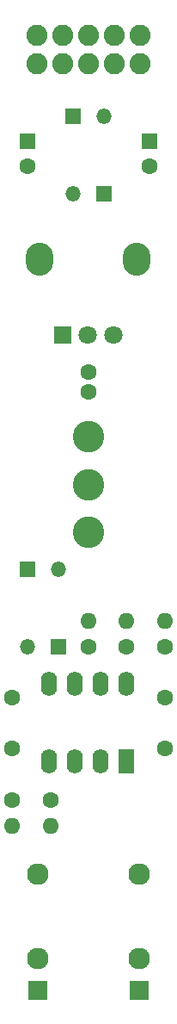
<source format=gbs>
G04 #@! TF.GenerationSoftware,KiCad,Pcbnew,(5.1.10)-1*
G04 #@! TF.CreationDate,2021-10-20T10:43:16-05:00*
G04 #@! TF.ProjectId,Slew Limiter Board,536c6577-204c-4696-9d69-74657220426f,1.2*
G04 #@! TF.SameCoordinates,Original*
G04 #@! TF.FileFunction,Soldermask,Bot*
G04 #@! TF.FilePolarity,Negative*
%FSLAX46Y46*%
G04 Gerber Fmt 4.6, Leading zero omitted, Abs format (unit mm)*
G04 Created by KiCad (PCBNEW (5.1.10)-1) date 2021-10-20 10:43:16*
%MOMM*%
%LPD*%
G01*
G04 APERTURE LIST*
%ADD10C,2.082800*%
%ADD11C,1.600000*%
%ADD12O,1.600000X1.600000*%
%ADD13C,3.100000*%
%ADD14C,2.130000*%
%ADD15R,1.930000X1.830000*%
%ADD16O,2.720000X3.240000*%
%ADD17C,1.800000*%
%ADD18R,1.800000X1.800000*%
%ADD19R,1.500000X1.500000*%
%ADD20O,1.500000X1.500000*%
%ADD21R,1.600000X1.600000*%
%ADD22O,1.600000X2.400000*%
%ADD23R,1.600000X2.400000*%
G04 APERTURE END LIST*
D10*
X5070000Y43630000D03*
X5070000Y46424000D03*
X2530000Y43630000D03*
X2530000Y46424000D03*
X-10000Y43630000D03*
X-10000Y46424000D03*
X-2550000Y43630000D03*
X-2550000Y46424000D03*
X-5090000Y43630000D03*
X-5090000Y46424000D03*
D11*
X0Y11300000D03*
X0Y13300000D03*
D12*
X7500000Y-11160000D03*
D11*
X7500000Y-13700000D03*
D12*
X0Y-11160000D03*
D11*
X0Y-13700000D03*
D12*
X3750000Y-11160000D03*
D11*
X3750000Y-13700000D03*
D12*
X-3750000Y-31300000D03*
D11*
X-3750000Y-28760000D03*
D12*
X-7500000Y-31340000D03*
D11*
X-7500000Y-28800000D03*
D13*
X0Y2200000D03*
X0Y-2500000D03*
X0Y6900000D03*
D14*
X5000000Y-44400000D03*
D15*
X5000000Y-47500000D03*
D14*
X5000000Y-36100000D03*
X-5000000Y-44400000D03*
D15*
X-5000000Y-47500000D03*
D14*
X-5000000Y-36100000D03*
D16*
X-4840000Y24380000D03*
X4760000Y24380000D03*
D17*
X2460000Y16880000D03*
X-40000Y16880000D03*
D18*
X-2540000Y16880000D03*
D11*
X7500000Y-18700000D03*
X7500000Y-23700000D03*
X-7500000Y-23700000D03*
X-7500000Y-18700000D03*
D19*
X1500000Y30825000D03*
D20*
X1500000Y38445000D03*
D19*
X-1525000Y38445000D03*
D20*
X-1525000Y30825000D03*
X-6000000Y-13700000D03*
D19*
X-6000000Y-6080000D03*
D20*
X-3000000Y-6080000D03*
D19*
X-3000000Y-13700000D03*
D21*
X6000000Y36000000D03*
D11*
X6000000Y33500000D03*
D21*
X-6000000Y36000000D03*
D11*
X-6000000Y33500000D03*
D22*
X3750000Y-17380000D03*
X-3870000Y-25000000D03*
X1210000Y-17380000D03*
X-1330000Y-25000000D03*
X-1330000Y-17380000D03*
X1210000Y-25000000D03*
X-3870000Y-17380000D03*
D23*
X3750000Y-25000000D03*
M02*

</source>
